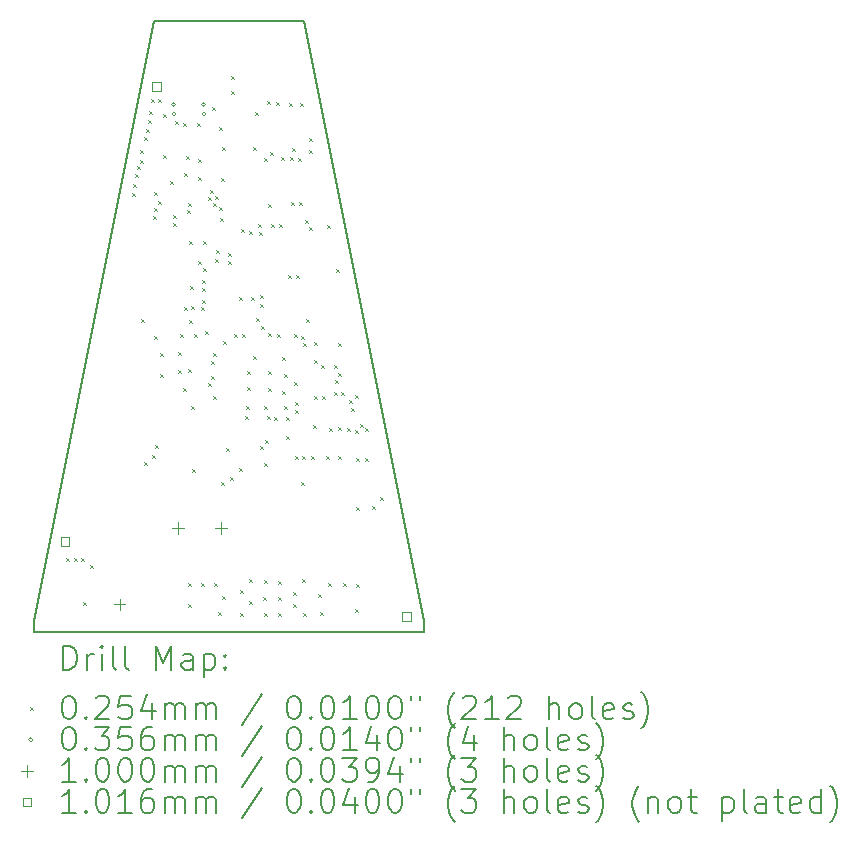
<source format=gbr>
%FSLAX45Y45*%
G04 Gerber Fmt 4.5, Leading zero omitted, Abs format (unit mm)*
G04 Created by KiCad (PCBNEW (6.0.4)) date 2022-07-14 10:51:50*
%MOMM*%
%LPD*%
G01*
G04 APERTURE LIST*
%TA.AperFunction,Profile*%
%ADD10C,0.150000*%
%TD*%
%ADD11C,0.200000*%
%ADD12C,0.025400*%
%ADD13C,0.035560*%
%ADD14C,0.100000*%
%ADD15C,0.101600*%
G04 APERTURE END LIST*
D10*
X3810000Y508000D02*
X3810000Y419100D01*
X508000Y416560D01*
X508000Y508000D01*
X1524000Y5588000D01*
X2794000Y5588000D01*
X3810000Y508000D01*
D11*
D12*
X779780Y1041400D02*
X805180Y1016000D01*
X805180Y1041400D02*
X779780Y1016000D01*
X845820Y1041400D02*
X871220Y1016000D01*
X871220Y1041400D02*
X845820Y1016000D01*
X909320Y1041400D02*
X934720Y1016000D01*
X934720Y1041400D02*
X909320Y1016000D01*
X927100Y673100D02*
X952500Y647700D01*
X952500Y673100D02*
X927100Y647700D01*
X988060Y980440D02*
X1013460Y955040D01*
X1013460Y980440D02*
X988060Y955040D01*
X1336040Y4132580D02*
X1361440Y4107180D01*
X1361440Y4132580D02*
X1336040Y4107180D01*
X1352224Y4207836D02*
X1377624Y4182436D01*
X1377624Y4207836D02*
X1352224Y4182436D01*
X1367064Y4296915D02*
X1392464Y4271515D01*
X1392464Y4296915D02*
X1367064Y4271515D01*
X1381760Y4358640D02*
X1407160Y4333240D01*
X1407160Y4358640D02*
X1381760Y4333240D01*
X1407160Y4417060D02*
X1432560Y4391660D01*
X1432560Y4417060D02*
X1407160Y4391660D01*
X1407969Y4496937D02*
X1433369Y4471537D01*
X1433369Y4496937D02*
X1407969Y4471537D01*
X1417320Y3063240D02*
X1442720Y3037840D01*
X1442720Y3063240D02*
X1417320Y3037840D01*
X1445260Y4610100D02*
X1470660Y4584700D01*
X1470660Y4610100D02*
X1445260Y4584700D01*
X1445260Y1859280D02*
X1470660Y1833880D01*
X1470660Y1859280D02*
X1445260Y1833880D01*
X1457960Y4676140D02*
X1483360Y4650740D01*
X1483360Y4676140D02*
X1457960Y4650740D01*
X1478280Y4754880D02*
X1503680Y4729480D01*
X1503680Y4754880D02*
X1478280Y4729480D01*
X1480820Y4831080D02*
X1506220Y4805680D01*
X1506220Y4831080D02*
X1480820Y4805680D01*
X1498600Y4927600D02*
X1524000Y4902200D01*
X1524000Y4927600D02*
X1498600Y4902200D01*
X1506220Y1915160D02*
X1531620Y1889760D01*
X1531620Y1915160D02*
X1506220Y1889760D01*
X1516380Y3939540D02*
X1541780Y3914140D01*
X1541780Y3939540D02*
X1516380Y3914140D01*
X1524000Y2926080D02*
X1549400Y2900680D01*
X1549400Y2926080D02*
X1524000Y2900680D01*
X1526540Y4003040D02*
X1551940Y3977640D01*
X1551940Y4003040D02*
X1526540Y3977640D01*
X1529080Y4145280D02*
X1554480Y4119880D01*
X1554480Y4145280D02*
X1529080Y4119880D01*
X1536700Y1996440D02*
X1562100Y1971040D01*
X1562100Y1996440D02*
X1536700Y1971040D01*
X1557070Y4063131D02*
X1582470Y4037731D01*
X1582470Y4063131D02*
X1557070Y4037731D01*
X1562100Y4927600D02*
X1587500Y4902200D01*
X1587500Y4927600D02*
X1562100Y4902200D01*
X1574800Y2598420D02*
X1600200Y2573020D01*
X1600200Y2598420D02*
X1574800Y2573020D01*
X1574850Y2778760D02*
X1600250Y2753360D01*
X1600250Y2778760D02*
X1574850Y2753360D01*
X1602740Y4805680D02*
X1628140Y4780280D01*
X1628140Y4805680D02*
X1602740Y4780280D01*
X1605280Y4455160D02*
X1630680Y4429760D01*
X1630680Y4455160D02*
X1605280Y4429760D01*
X1661160Y4239260D02*
X1686560Y4213860D01*
X1686560Y4239260D02*
X1661160Y4213860D01*
X1689100Y3883660D02*
X1714500Y3858260D01*
X1714500Y3883660D02*
X1689100Y3858260D01*
X1691032Y3948073D02*
X1716432Y3922673D01*
X1716432Y3948073D02*
X1691032Y3922673D01*
X1704340Y4744720D02*
X1729740Y4719320D01*
X1729740Y4744720D02*
X1704340Y4719320D01*
X1727150Y2788920D02*
X1752550Y2763520D01*
X1752550Y2788920D02*
X1727150Y2763520D01*
X1732280Y2633980D02*
X1757680Y2608580D01*
X1757680Y2633980D02*
X1732280Y2608580D01*
X1744980Y2936240D02*
X1770380Y2910840D01*
X1770380Y2936240D02*
X1744980Y2910840D01*
X1767840Y4726940D02*
X1793240Y4701540D01*
X1793240Y4726940D02*
X1767840Y4701540D01*
X1770380Y2478990D02*
X1795780Y2453590D01*
X1795780Y2478990D02*
X1770380Y2453590D01*
X1780540Y3167380D02*
X1805940Y3141980D01*
X1805940Y3167380D02*
X1780540Y3141980D01*
X1783080Y4302760D02*
X1808480Y4277360D01*
X1808480Y4302760D02*
X1783080Y4277360D01*
X1793240Y4445000D02*
X1818640Y4419600D01*
X1818640Y4445000D02*
X1793240Y4419600D01*
X1803400Y3987800D02*
X1828800Y3962400D01*
X1828800Y3987800D02*
X1803400Y3962400D01*
X1810694Y4050974D02*
X1836094Y4025574D01*
X1836094Y4050974D02*
X1810694Y4025574D01*
X1811020Y2644140D02*
X1836420Y2618740D01*
X1836420Y2644140D02*
X1811020Y2618740D01*
X1816100Y835660D02*
X1841500Y810260D01*
X1841500Y835660D02*
X1816100Y810260D01*
X1816100Y650240D02*
X1841500Y624840D01*
X1841500Y650240D02*
X1816100Y624840D01*
X1823720Y3723640D02*
X1849120Y3698240D01*
X1849120Y3723640D02*
X1823720Y3698240D01*
X1823720Y3060700D02*
X1849120Y3035300D01*
X1849120Y3060700D02*
X1823720Y3035300D01*
X1828800Y3350260D02*
X1854200Y3324860D01*
X1854200Y3350260D02*
X1828800Y3324860D01*
X1836420Y2329180D02*
X1861820Y2303780D01*
X1861820Y2329180D02*
X1836420Y2303780D01*
X1842814Y3179538D02*
X1868214Y3154138D01*
X1868214Y3179538D02*
X1842814Y3154138D01*
X1849120Y1800860D02*
X1874520Y1775460D01*
X1874520Y1800860D02*
X1849120Y1775460D01*
X1864360Y2936560D02*
X1889760Y2911160D01*
X1889760Y2936560D02*
X1864360Y2911160D01*
X1892300Y4724400D02*
X1917700Y4699000D01*
X1917700Y4724400D02*
X1892300Y4699000D01*
X1894840Y4419600D02*
X1920240Y4394200D01*
X1920240Y4419600D02*
X1894840Y4394200D01*
X1894840Y4269740D02*
X1920240Y4244340D01*
X1920240Y4269740D02*
X1894840Y4244340D01*
X1897380Y3558540D02*
X1922780Y3533140D01*
X1922780Y3558540D02*
X1897380Y3533140D01*
X1925320Y3164840D02*
X1950720Y3139440D01*
X1950720Y3164840D02*
X1925320Y3139440D01*
X1927860Y835660D02*
X1953260Y810260D01*
X1953260Y835660D02*
X1927860Y810260D01*
X1930400Y3329940D02*
X1955800Y3304540D01*
X1955800Y3329940D02*
X1930400Y3304540D01*
X1932940Y3398520D02*
X1958340Y3373120D01*
X1958340Y3398520D02*
X1932940Y3373120D01*
X1935480Y3228340D02*
X1960880Y3202940D01*
X1960880Y3228340D02*
X1935480Y3202940D01*
X1938020Y3728720D02*
X1963420Y3703320D01*
X1963420Y3728720D02*
X1938020Y3703320D01*
X1940560Y3502660D02*
X1965960Y3477260D01*
X1965960Y3502660D02*
X1940560Y3477260D01*
X1960880Y2961640D02*
X1986280Y2936240D01*
X1986280Y2961640D02*
X1960880Y2936240D01*
X1981200Y4097020D02*
X2006600Y4071620D01*
X2006600Y4097020D02*
X1981200Y4071620D01*
X1981200Y2522220D02*
X2006600Y2496820D01*
X2006600Y2522220D02*
X1981200Y2496820D01*
X1998980Y4160520D02*
X2024380Y4135120D01*
X2024380Y4160520D02*
X1998980Y4135120D01*
X2006600Y2712720D02*
X2032000Y2687320D01*
X2032000Y2712720D02*
X2006600Y2687320D01*
X2007544Y2585770D02*
X2032944Y2560370D01*
X2032944Y2585770D02*
X2007544Y2560370D01*
X2014220Y4861560D02*
X2039620Y4836160D01*
X2039620Y4861560D02*
X2014220Y4836160D01*
X2021840Y2778760D02*
X2047240Y2753360D01*
X2047240Y2778760D02*
X2021840Y2753360D01*
X2021840Y2415540D02*
X2047240Y2390140D01*
X2047240Y2415540D02*
X2021840Y2390140D01*
X2024380Y4048760D02*
X2049780Y4023360D01*
X2049780Y4048760D02*
X2024380Y4023360D01*
X2034540Y833120D02*
X2059940Y807720D01*
X2059940Y833120D02*
X2034540Y807720D01*
X2044700Y4112260D02*
X2070100Y4086860D01*
X2070100Y4112260D02*
X2044700Y4086860D01*
X2044700Y3576320D02*
X2070100Y3550920D01*
X2070100Y3576320D02*
X2044700Y3550920D01*
X2049780Y3652520D02*
X2075180Y3627120D01*
X2075180Y3652520D02*
X2049780Y3627120D01*
X2067560Y584200D02*
X2092960Y558800D01*
X2092960Y584200D02*
X2067560Y558800D01*
X2075180Y4015740D02*
X2100580Y3990340D01*
X2100580Y4015740D02*
X2075180Y3990340D01*
X2080260Y4691380D02*
X2105660Y4665980D01*
X2105660Y4691380D02*
X2080260Y4665980D01*
X2085340Y3921760D02*
X2110740Y3896360D01*
X2110740Y3921760D02*
X2085340Y3896360D01*
X2092960Y1686560D02*
X2118360Y1661160D01*
X2118360Y1686560D02*
X2092960Y1661160D01*
X2095500Y4262120D02*
X2120900Y4236720D01*
X2120900Y4262120D02*
X2095500Y4236720D01*
X2103120Y721360D02*
X2128520Y695960D01*
X2128520Y721360D02*
X2103120Y695960D01*
X2105660Y4521200D02*
X2131060Y4495800D01*
X2131060Y4521200D02*
X2105660Y4495800D01*
X2110597Y2884932D02*
X2135997Y2859532D01*
X2135997Y2884932D02*
X2110597Y2859532D01*
X2136190Y1971090D02*
X2161590Y1945690D01*
X2161590Y1971090D02*
X2136190Y1945690D01*
X2151438Y3629064D02*
X2176838Y3603664D01*
X2176838Y3629064D02*
X2151438Y3603664D01*
X2153920Y3561080D02*
X2179320Y3535680D01*
X2179320Y3561080D02*
X2153920Y3535680D01*
X2169160Y1732280D02*
X2194560Y1706880D01*
X2194560Y1732280D02*
X2169160Y1706880D01*
X2174240Y5123180D02*
X2199640Y5097780D01*
X2199640Y5123180D02*
X2174240Y5097780D01*
X2174240Y4993640D02*
X2199640Y4968240D01*
X2199640Y4993640D02*
X2174240Y4968240D01*
X2199640Y2941320D02*
X2225040Y2915920D01*
X2225040Y2941320D02*
X2199640Y2915920D01*
X2245360Y3256003D02*
X2270760Y3230603D01*
X2270760Y3256003D02*
X2245360Y3230603D01*
X2247900Y1803400D02*
X2273300Y1778000D01*
X2273300Y1803400D02*
X2247900Y1778000D01*
X2252980Y769620D02*
X2278380Y744220D01*
X2278380Y769620D02*
X2252980Y744220D01*
X2255520Y579120D02*
X2280920Y553720D01*
X2280920Y579120D02*
X2255520Y553720D01*
X2266006Y3828106D02*
X2291406Y3802706D01*
X2291406Y3828106D02*
X2266006Y3802706D01*
X2273300Y2941320D02*
X2298700Y2915920D01*
X2298700Y2941320D02*
X2273300Y2915920D01*
X2298601Y2242820D02*
X2324001Y2217420D01*
X2324001Y2242820D02*
X2298601Y2217420D01*
X2306320Y2326640D02*
X2331720Y2301240D01*
X2331720Y2326640D02*
X2306320Y2301240D01*
X2311400Y2628900D02*
X2336800Y2603500D01*
X2336800Y2628900D02*
X2311400Y2603500D01*
X2311400Y2491740D02*
X2336800Y2466340D01*
X2336800Y2491740D02*
X2311400Y2466340D01*
X2331720Y3815080D02*
X2357120Y3789680D01*
X2357120Y3815080D02*
X2331720Y3789680D01*
X2331720Y863600D02*
X2357120Y838200D01*
X2357120Y863600D02*
X2331720Y838200D01*
X2331720Y680720D02*
X2357120Y655320D01*
X2357120Y680720D02*
X2331720Y655320D01*
X2344420Y3256003D02*
X2369820Y3230603D01*
X2369820Y3256003D02*
X2344420Y3230603D01*
X2362200Y4526280D02*
X2387600Y4500880D01*
X2387600Y4526280D02*
X2362200Y4500880D01*
X2367280Y2753360D02*
X2392680Y2727960D01*
X2392680Y2753360D02*
X2367280Y2727960D01*
X2379980Y4815840D02*
X2405380Y4790440D01*
X2405380Y4815840D02*
X2379980Y4790440D01*
X2387600Y3078480D02*
X2413000Y3053080D01*
X2413000Y3078480D02*
X2387600Y3053080D01*
X2410460Y3870960D02*
X2435860Y3845560D01*
X2435860Y3870960D02*
X2410460Y3845560D01*
X2411770Y3806379D02*
X2437170Y3780979D01*
X2437170Y3806379D02*
X2411770Y3780979D01*
X2423160Y3197860D02*
X2448560Y3172460D01*
X2448560Y3197860D02*
X2423160Y3172460D01*
X2425700Y3274060D02*
X2451100Y3248660D01*
X2451100Y3274060D02*
X2425700Y3248660D01*
X2425700Y1991360D02*
X2451100Y1965960D01*
X2451100Y1991360D02*
X2425700Y1965960D01*
X2428240Y3007360D02*
X2453640Y2981960D01*
X2453640Y3007360D02*
X2428240Y2981960D01*
X2448560Y716280D02*
X2473960Y690880D01*
X2473960Y716280D02*
X2448560Y690880D01*
X2453640Y853440D02*
X2479040Y828040D01*
X2479040Y853440D02*
X2453640Y828040D01*
X2453640Y574040D02*
X2479040Y548640D01*
X2479040Y574040D02*
X2453640Y548640D01*
X2454654Y4426207D02*
X2480054Y4400807D01*
X2480054Y4426207D02*
X2454654Y4400807D01*
X2456180Y2326640D02*
X2481580Y2301240D01*
X2481580Y2326640D02*
X2456180Y2301240D01*
X2456180Y1849120D02*
X2481580Y1823720D01*
X2481580Y1849120D02*
X2456180Y1823720D01*
X2468880Y2042160D02*
X2494280Y2016760D01*
X2494280Y2042160D02*
X2468880Y2016760D01*
X2479040Y4912360D02*
X2504440Y4886960D01*
X2504440Y4912360D02*
X2479040Y4886960D01*
X2481580Y2242820D02*
X2506980Y2217420D01*
X2506980Y2242820D02*
X2481580Y2217420D01*
X2489200Y2946400D02*
X2514600Y2921000D01*
X2514600Y2946400D02*
X2489200Y2921000D01*
X2489200Y2628900D02*
X2514600Y2603500D01*
X2514600Y2628900D02*
X2489200Y2603500D01*
X2489200Y2479040D02*
X2514600Y2453640D01*
X2514600Y2479040D02*
X2489200Y2453640D01*
X2491740Y4038600D02*
X2517140Y4013200D01*
X2517140Y4038600D02*
X2491740Y4013200D01*
X2504440Y4478020D02*
X2529840Y4452620D01*
X2529840Y4478020D02*
X2504440Y4452620D01*
X2514600Y3870960D02*
X2540000Y3845560D01*
X2540000Y3870960D02*
X2514600Y3845560D01*
X2542540Y2237740D02*
X2567940Y2212340D01*
X2567940Y2237740D02*
X2542540Y2212340D01*
X2560320Y4904740D02*
X2585720Y4879340D01*
X2585720Y4904740D02*
X2560320Y4879340D01*
X2565400Y2938780D02*
X2590800Y2913380D01*
X2590800Y2938780D02*
X2565400Y2913380D01*
X2578100Y850900D02*
X2603500Y825500D01*
X2603500Y850900D02*
X2578100Y825500D01*
X2578100Y716280D02*
X2603500Y690880D01*
X2603500Y716280D02*
X2578100Y690880D01*
X2578100Y574040D02*
X2603500Y548640D01*
X2603500Y574040D02*
X2578100Y548640D01*
X2588260Y3868420D02*
X2613660Y3843020D01*
X2613660Y3868420D02*
X2588260Y3843020D01*
X2603500Y4442460D02*
X2628900Y4417060D01*
X2628900Y4442460D02*
X2603500Y4417060D01*
X2606040Y2748280D02*
X2631440Y2722880D01*
X2631440Y2748280D02*
X2606040Y2722880D01*
X2613660Y2461260D02*
X2639060Y2435860D01*
X2639060Y2461260D02*
X2613660Y2435860D01*
X2623820Y2603500D02*
X2649220Y2578100D01*
X2649220Y2603500D02*
X2623820Y2578100D01*
X2626360Y2326640D02*
X2651760Y2301240D01*
X2651760Y2326640D02*
X2626360Y2301240D01*
X2646680Y2235200D02*
X2672080Y2209800D01*
X2672080Y2235200D02*
X2646680Y2209800D01*
X2647789Y2074318D02*
X2673189Y2048918D01*
X2673189Y2074318D02*
X2647789Y2048918D01*
X2659380Y3441700D02*
X2684780Y3416300D01*
X2684780Y3441700D02*
X2659380Y3416300D01*
X2667000Y4899660D02*
X2692400Y4874260D01*
X2692400Y4899660D02*
X2667000Y4874260D01*
X2675058Y4441782D02*
X2700458Y4416382D01*
X2700458Y4441782D02*
X2675058Y4416382D01*
X2684780Y4053840D02*
X2710180Y4028440D01*
X2710180Y4053840D02*
X2684780Y4028440D01*
X2697480Y4518660D02*
X2722880Y4493260D01*
X2722880Y4518660D02*
X2697480Y4493260D01*
X2702560Y759460D02*
X2727960Y734060D01*
X2727960Y759460D02*
X2702560Y734060D01*
X2705100Y657860D02*
X2730500Y632460D01*
X2730500Y657860D02*
X2705100Y632460D01*
X2707640Y2943860D02*
X2733040Y2918460D01*
X2733040Y2943860D02*
X2707640Y2918460D01*
X2715260Y2529840D02*
X2740660Y2504440D01*
X2740660Y2529840D02*
X2715260Y2504440D01*
X2717800Y2362200D02*
X2743200Y2336800D01*
X2743200Y2362200D02*
X2717800Y2336800D01*
X2717800Y2293620D02*
X2743200Y2268220D01*
X2743200Y2293620D02*
X2717800Y2268220D01*
X2717800Y1910080D02*
X2743200Y1884680D01*
X2743200Y1910080D02*
X2717800Y1884680D01*
X2724511Y3438816D02*
X2749911Y3413416D01*
X2749911Y3438816D02*
X2724511Y3413416D01*
X2748280Y4432250D02*
X2773680Y4406850D01*
X2773680Y4432250D02*
X2748280Y4406850D01*
X2750820Y4056380D02*
X2776220Y4030980D01*
X2776220Y4056380D02*
X2750820Y4030980D01*
X2760980Y4892040D02*
X2786380Y4866640D01*
X2786380Y4892040D02*
X2760980Y4866640D01*
X2768600Y2921000D02*
X2794000Y2895600D01*
X2794000Y2921000D02*
X2768600Y2895600D01*
X2773680Y1686560D02*
X2799080Y1661160D01*
X2799080Y1686560D02*
X2773680Y1661160D01*
X2781300Y1905000D02*
X2806700Y1879600D01*
X2806700Y1905000D02*
X2781300Y1879600D01*
X2781300Y863600D02*
X2806700Y838200D01*
X2806700Y863600D02*
X2781300Y838200D01*
X2783840Y2860040D02*
X2809240Y2834640D01*
X2809240Y2860040D02*
X2783840Y2834640D01*
X2783840Y576580D02*
X2809240Y551180D01*
X2809240Y576580D02*
X2783840Y551180D01*
X2804160Y3903980D02*
X2829560Y3878580D01*
X2829560Y3903980D02*
X2804160Y3878580D01*
X2810619Y3065052D02*
X2836019Y3039652D01*
X2836019Y3065052D02*
X2810619Y3039652D01*
X2837180Y3848100D02*
X2862580Y3822700D01*
X2862580Y3848100D02*
X2837180Y3822700D01*
X2839720Y4495800D02*
X2865120Y4470400D01*
X2865120Y4495800D02*
X2839720Y4470400D01*
X2842260Y4597400D02*
X2867660Y4572000D01*
X2867660Y4597400D02*
X2842260Y4572000D01*
X2857500Y1905000D02*
X2882900Y1879600D01*
X2882900Y1905000D02*
X2857500Y1879600D01*
X2870200Y2171700D02*
X2895600Y2146300D01*
X2895600Y2171700D02*
X2870200Y2146300D01*
X2877820Y2870200D02*
X2903220Y2844800D01*
X2903220Y2870200D02*
X2877820Y2844800D01*
X2882900Y2719870D02*
X2908300Y2694470D01*
X2908300Y2719870D02*
X2882900Y2694470D01*
X2882900Y2418370D02*
X2908300Y2392970D01*
X2908300Y2418370D02*
X2882900Y2392970D01*
X2910840Y736600D02*
X2936240Y711200D01*
X2936240Y736600D02*
X2910840Y711200D01*
X2931160Y586740D02*
X2956560Y561340D01*
X2956560Y586740D02*
X2931160Y561340D01*
X2936240Y2679700D02*
X2961640Y2654300D01*
X2961640Y2679700D02*
X2936240Y2654300D01*
X2946400Y2415540D02*
X2971800Y2390140D01*
X2971800Y2415540D02*
X2946400Y2390140D01*
X2979420Y1907540D02*
X3004820Y1882140D01*
X3004820Y1907540D02*
X2979420Y1882140D01*
X2994660Y3863340D02*
X3020060Y3837940D01*
X3020060Y3863340D02*
X2994660Y3837940D01*
X2999740Y830580D02*
X3025140Y805180D01*
X3025140Y830580D02*
X2999740Y805180D01*
X3009900Y2146300D02*
X3035300Y2120900D01*
X3035300Y2146300D02*
X3009900Y2120900D01*
X3048000Y2448560D02*
X3073400Y2423160D01*
X3073400Y2448560D02*
X3048000Y2423160D01*
X3050540Y2679700D02*
X3075940Y2654300D01*
X3075940Y2679700D02*
X3050540Y2654300D01*
X3055620Y2552700D02*
X3081020Y2527300D01*
X3081020Y2552700D02*
X3055620Y2527300D01*
X3068320Y3492500D02*
X3093720Y3467100D01*
X3093720Y3492500D02*
X3068320Y3467100D01*
X3081020Y2611120D02*
X3106420Y2585720D01*
X3106420Y2611120D02*
X3081020Y2585720D01*
X3081020Y2148840D02*
X3106420Y2123440D01*
X3106420Y2148840D02*
X3081020Y2123440D01*
X3086100Y2860040D02*
X3111500Y2834640D01*
X3111500Y2860040D02*
X3086100Y2834640D01*
X3086100Y1903050D02*
X3111500Y1877650D01*
X3111500Y1903050D02*
X3086100Y1877650D01*
X3111500Y2448560D02*
X3136900Y2423160D01*
X3136900Y2448560D02*
X3111500Y2423160D01*
X3126021Y830043D02*
X3151421Y804643D01*
X3151421Y830043D02*
X3126021Y804643D01*
X3162300Y2146300D02*
X3187700Y2120900D01*
X3187700Y2146300D02*
X3162300Y2120900D01*
X3177641Y2385165D02*
X3203041Y2359765D01*
X3203041Y2385165D02*
X3177641Y2359765D01*
X3192780Y2311400D02*
X3218180Y2286000D01*
X3218180Y2311400D02*
X3192780Y2286000D01*
X3228340Y2131060D02*
X3253740Y2105660D01*
X3253740Y2131060D02*
X3228340Y2105660D01*
X3228340Y609600D02*
X3253740Y584200D01*
X3253740Y609600D02*
X3228340Y584200D01*
X3230880Y2423160D02*
X3256280Y2397760D01*
X3256280Y2423160D02*
X3230880Y2397760D01*
X3233420Y1478280D02*
X3258820Y1452880D01*
X3258820Y1478280D02*
X3233420Y1452880D01*
X3233420Y825500D02*
X3258820Y800100D01*
X3258820Y825500D02*
X3233420Y800100D01*
X3235960Y1887220D02*
X3261360Y1861820D01*
X3261360Y1887220D02*
X3235960Y1861820D01*
X3266440Y2181860D02*
X3291840Y2156460D01*
X3291840Y2181860D02*
X3266440Y2156460D01*
X3312160Y1887220D02*
X3337560Y1861820D01*
X3337560Y1887220D02*
X3312160Y1861820D01*
X3316241Y2142543D02*
X3341641Y2117143D01*
X3341641Y2142543D02*
X3316241Y2117143D01*
X3368040Y1483360D02*
X3393440Y1457960D01*
X3393440Y1483360D02*
X3368040Y1457960D01*
X3436620Y1557020D02*
X3462020Y1531620D01*
X3462020Y1557020D02*
X3436620Y1531620D01*
D13*
X1709420Y4881880D02*
G75*
G03*
X1709420Y4881880I-17780J0D01*
G01*
X1711960Y4803140D02*
G75*
G03*
X1711960Y4803140I-17780J0D01*
G01*
X1963420Y4884420D02*
G75*
G03*
X1963420Y4884420I-17780J0D01*
G01*
X1965960Y4803140D02*
G75*
G03*
X1965960Y4803140I-17780J0D01*
G01*
D14*
X1234440Y700240D02*
X1234440Y600240D01*
X1184440Y650240D02*
X1284440Y650240D01*
X1727200Y1345400D02*
X1727200Y1245400D01*
X1677200Y1295400D02*
X1777200Y1295400D01*
X2095500Y1345400D02*
X2095500Y1245400D01*
X2045500Y1295400D02*
X2145500Y1295400D01*
D15*
X810621Y1145179D02*
X810621Y1217021D01*
X738779Y1217021D01*
X738779Y1145179D01*
X810621Y1145179D01*
X1582781Y5000899D02*
X1582781Y5072741D01*
X1510939Y5072741D01*
X1510939Y5000899D01*
X1582781Y5000899D01*
X3698601Y510179D02*
X3698601Y582021D01*
X3626759Y582021D01*
X3626759Y510179D01*
X3698601Y510179D01*
D11*
X758119Y98584D02*
X758119Y298584D01*
X805738Y298584D01*
X834309Y289060D01*
X853357Y270012D01*
X862881Y250965D01*
X872405Y212870D01*
X872405Y184298D01*
X862881Y146203D01*
X853357Y127155D01*
X834309Y108108D01*
X805738Y98584D01*
X758119Y98584D01*
X958119Y98584D02*
X958119Y231917D01*
X958119Y193822D02*
X967643Y212870D01*
X977167Y222393D01*
X996214Y231917D01*
X1015262Y231917D01*
X1081929Y98584D02*
X1081929Y231917D01*
X1081929Y298584D02*
X1072405Y289060D01*
X1081929Y279536D01*
X1091452Y289060D01*
X1081929Y298584D01*
X1081929Y279536D01*
X1205738Y98584D02*
X1186690Y108108D01*
X1177167Y127155D01*
X1177167Y298584D01*
X1310500Y98584D02*
X1291452Y108108D01*
X1281929Y127155D01*
X1281929Y298584D01*
X1539071Y98584D02*
X1539071Y298584D01*
X1605738Y155727D01*
X1672405Y298584D01*
X1672405Y98584D01*
X1853357Y98584D02*
X1853357Y203346D01*
X1843833Y222393D01*
X1824786Y231917D01*
X1786690Y231917D01*
X1767643Y222393D01*
X1853357Y108108D02*
X1834309Y98584D01*
X1786690Y98584D01*
X1767643Y108108D01*
X1758119Y127155D01*
X1758119Y146203D01*
X1767643Y165251D01*
X1786690Y174774D01*
X1834309Y174774D01*
X1853357Y184298D01*
X1948595Y231917D02*
X1948595Y31917D01*
X1948595Y222393D02*
X1967643Y231917D01*
X2005738Y231917D01*
X2024786Y222393D01*
X2034309Y212870D01*
X2043833Y193822D01*
X2043833Y136679D01*
X2034309Y117631D01*
X2024786Y108108D01*
X2005738Y98584D01*
X1967643Y98584D01*
X1948595Y108108D01*
X2129548Y117631D02*
X2139071Y108108D01*
X2129548Y98584D01*
X2120024Y108108D01*
X2129548Y117631D01*
X2129548Y98584D01*
X2129548Y222393D02*
X2139071Y212870D01*
X2129548Y203346D01*
X2120024Y212870D01*
X2129548Y222393D01*
X2129548Y203346D01*
D12*
X475100Y-218240D02*
X500500Y-243640D01*
X500500Y-218240D02*
X475100Y-243640D01*
D11*
X796214Y-121416D02*
X815262Y-121416D01*
X834309Y-130940D01*
X843833Y-140464D01*
X853357Y-159511D01*
X862881Y-197607D01*
X862881Y-245226D01*
X853357Y-283321D01*
X843833Y-302369D01*
X834309Y-311892D01*
X815262Y-321416D01*
X796214Y-321416D01*
X777167Y-311892D01*
X767643Y-302369D01*
X758119Y-283321D01*
X748595Y-245226D01*
X748595Y-197607D01*
X758119Y-159511D01*
X767643Y-140464D01*
X777167Y-130940D01*
X796214Y-121416D01*
X948595Y-302369D02*
X958119Y-311892D01*
X948595Y-321416D01*
X939071Y-311892D01*
X948595Y-302369D01*
X948595Y-321416D01*
X1034309Y-140464D02*
X1043833Y-130940D01*
X1062881Y-121416D01*
X1110500Y-121416D01*
X1129548Y-130940D01*
X1139071Y-140464D01*
X1148595Y-159511D01*
X1148595Y-178559D01*
X1139071Y-207130D01*
X1024786Y-321416D01*
X1148595Y-321416D01*
X1329548Y-121416D02*
X1234310Y-121416D01*
X1224786Y-216654D01*
X1234310Y-207130D01*
X1253357Y-197607D01*
X1300976Y-197607D01*
X1320024Y-207130D01*
X1329548Y-216654D01*
X1339071Y-235702D01*
X1339071Y-283321D01*
X1329548Y-302369D01*
X1320024Y-311892D01*
X1300976Y-321416D01*
X1253357Y-321416D01*
X1234310Y-311892D01*
X1224786Y-302369D01*
X1510500Y-188083D02*
X1510500Y-321416D01*
X1462881Y-111892D02*
X1415262Y-254749D01*
X1539071Y-254749D01*
X1615262Y-321416D02*
X1615262Y-188083D01*
X1615262Y-207130D02*
X1624786Y-197607D01*
X1643833Y-188083D01*
X1672405Y-188083D01*
X1691452Y-197607D01*
X1700976Y-216654D01*
X1700976Y-321416D01*
X1700976Y-216654D02*
X1710500Y-197607D01*
X1729548Y-188083D01*
X1758119Y-188083D01*
X1777167Y-197607D01*
X1786690Y-216654D01*
X1786690Y-321416D01*
X1881928Y-321416D02*
X1881928Y-188083D01*
X1881928Y-207130D02*
X1891452Y-197607D01*
X1910500Y-188083D01*
X1939071Y-188083D01*
X1958119Y-197607D01*
X1967643Y-216654D01*
X1967643Y-321416D01*
X1967643Y-216654D02*
X1977167Y-197607D01*
X1996214Y-188083D01*
X2024786Y-188083D01*
X2043833Y-197607D01*
X2053357Y-216654D01*
X2053357Y-321416D01*
X2443833Y-111892D02*
X2272405Y-369035D01*
X2700976Y-121416D02*
X2720024Y-121416D01*
X2739071Y-130940D01*
X2748595Y-140464D01*
X2758119Y-159511D01*
X2767643Y-197607D01*
X2767643Y-245226D01*
X2758119Y-283321D01*
X2748595Y-302369D01*
X2739071Y-311892D01*
X2720024Y-321416D01*
X2700976Y-321416D01*
X2681929Y-311892D01*
X2672405Y-302369D01*
X2662881Y-283321D01*
X2653357Y-245226D01*
X2653357Y-197607D01*
X2662881Y-159511D01*
X2672405Y-140464D01*
X2681929Y-130940D01*
X2700976Y-121416D01*
X2853357Y-302369D02*
X2862881Y-311892D01*
X2853357Y-321416D01*
X2843833Y-311892D01*
X2853357Y-302369D01*
X2853357Y-321416D01*
X2986690Y-121416D02*
X3005738Y-121416D01*
X3024786Y-130940D01*
X3034309Y-140464D01*
X3043833Y-159511D01*
X3053357Y-197607D01*
X3053357Y-245226D01*
X3043833Y-283321D01*
X3034309Y-302369D01*
X3024786Y-311892D01*
X3005738Y-321416D01*
X2986690Y-321416D01*
X2967643Y-311892D01*
X2958119Y-302369D01*
X2948595Y-283321D01*
X2939071Y-245226D01*
X2939071Y-197607D01*
X2948595Y-159511D01*
X2958119Y-140464D01*
X2967643Y-130940D01*
X2986690Y-121416D01*
X3243833Y-321416D02*
X3129548Y-321416D01*
X3186690Y-321416D02*
X3186690Y-121416D01*
X3167643Y-149988D01*
X3148595Y-169035D01*
X3129548Y-178559D01*
X3367643Y-121416D02*
X3386690Y-121416D01*
X3405738Y-130940D01*
X3415262Y-140464D01*
X3424786Y-159511D01*
X3434309Y-197607D01*
X3434309Y-245226D01*
X3424786Y-283321D01*
X3415262Y-302369D01*
X3405738Y-311892D01*
X3386690Y-321416D01*
X3367643Y-321416D01*
X3348595Y-311892D01*
X3339071Y-302369D01*
X3329548Y-283321D01*
X3320024Y-245226D01*
X3320024Y-197607D01*
X3329548Y-159511D01*
X3339071Y-140464D01*
X3348595Y-130940D01*
X3367643Y-121416D01*
X3558119Y-121416D02*
X3577167Y-121416D01*
X3596214Y-130940D01*
X3605738Y-140464D01*
X3615262Y-159511D01*
X3624786Y-197607D01*
X3624786Y-245226D01*
X3615262Y-283321D01*
X3605738Y-302369D01*
X3596214Y-311892D01*
X3577167Y-321416D01*
X3558119Y-321416D01*
X3539071Y-311892D01*
X3529548Y-302369D01*
X3520024Y-283321D01*
X3510500Y-245226D01*
X3510500Y-197607D01*
X3520024Y-159511D01*
X3529548Y-140464D01*
X3539071Y-130940D01*
X3558119Y-121416D01*
X3700976Y-121416D02*
X3700976Y-159511D01*
X3777167Y-121416D02*
X3777167Y-159511D01*
X4072405Y-397607D02*
X4062881Y-388083D01*
X4043833Y-359511D01*
X4034309Y-340464D01*
X4024786Y-311892D01*
X4015262Y-264273D01*
X4015262Y-226178D01*
X4024786Y-178559D01*
X4034309Y-149988D01*
X4043833Y-130940D01*
X4062881Y-102368D01*
X4072405Y-92845D01*
X4139071Y-140464D02*
X4148595Y-130940D01*
X4167643Y-121416D01*
X4215262Y-121416D01*
X4234310Y-130940D01*
X4243833Y-140464D01*
X4253357Y-159511D01*
X4253357Y-178559D01*
X4243833Y-207130D01*
X4129548Y-321416D01*
X4253357Y-321416D01*
X4443833Y-321416D02*
X4329548Y-321416D01*
X4386690Y-321416D02*
X4386690Y-121416D01*
X4367643Y-149988D01*
X4348595Y-169035D01*
X4329548Y-178559D01*
X4520024Y-140464D02*
X4529548Y-130940D01*
X4548595Y-121416D01*
X4596214Y-121416D01*
X4615262Y-130940D01*
X4624786Y-140464D01*
X4634310Y-159511D01*
X4634310Y-178559D01*
X4624786Y-207130D01*
X4510500Y-321416D01*
X4634310Y-321416D01*
X4872405Y-321416D02*
X4872405Y-121416D01*
X4958119Y-321416D02*
X4958119Y-216654D01*
X4948595Y-197607D01*
X4929548Y-188083D01*
X4900976Y-188083D01*
X4881929Y-197607D01*
X4872405Y-207130D01*
X5081929Y-321416D02*
X5062881Y-311892D01*
X5053357Y-302369D01*
X5043833Y-283321D01*
X5043833Y-226178D01*
X5053357Y-207130D01*
X5062881Y-197607D01*
X5081929Y-188083D01*
X5110500Y-188083D01*
X5129548Y-197607D01*
X5139071Y-207130D01*
X5148595Y-226178D01*
X5148595Y-283321D01*
X5139071Y-302369D01*
X5129548Y-311892D01*
X5110500Y-321416D01*
X5081929Y-321416D01*
X5262881Y-321416D02*
X5243833Y-311892D01*
X5234310Y-292845D01*
X5234310Y-121416D01*
X5415262Y-311892D02*
X5396214Y-321416D01*
X5358119Y-321416D01*
X5339071Y-311892D01*
X5329548Y-292845D01*
X5329548Y-216654D01*
X5339071Y-197607D01*
X5358119Y-188083D01*
X5396214Y-188083D01*
X5415262Y-197607D01*
X5424786Y-216654D01*
X5424786Y-235702D01*
X5329548Y-254749D01*
X5500976Y-311892D02*
X5520024Y-321416D01*
X5558119Y-321416D01*
X5577167Y-311892D01*
X5586690Y-292845D01*
X5586690Y-283321D01*
X5577167Y-264273D01*
X5558119Y-254749D01*
X5529548Y-254749D01*
X5510500Y-245226D01*
X5500976Y-226178D01*
X5500976Y-216654D01*
X5510500Y-197607D01*
X5529548Y-188083D01*
X5558119Y-188083D01*
X5577167Y-197607D01*
X5653357Y-397607D02*
X5662881Y-388083D01*
X5681928Y-359511D01*
X5691452Y-340464D01*
X5700976Y-311892D01*
X5710500Y-264273D01*
X5710500Y-226178D01*
X5700976Y-178559D01*
X5691452Y-149988D01*
X5681928Y-130940D01*
X5662881Y-102368D01*
X5653357Y-92845D01*
D13*
X500500Y-494940D02*
G75*
G03*
X500500Y-494940I-17780J0D01*
G01*
D11*
X796214Y-385416D02*
X815262Y-385416D01*
X834309Y-394940D01*
X843833Y-404464D01*
X853357Y-423511D01*
X862881Y-461607D01*
X862881Y-509226D01*
X853357Y-547321D01*
X843833Y-566369D01*
X834309Y-575892D01*
X815262Y-585416D01*
X796214Y-585416D01*
X777167Y-575892D01*
X767643Y-566369D01*
X758119Y-547321D01*
X748595Y-509226D01*
X748595Y-461607D01*
X758119Y-423511D01*
X767643Y-404464D01*
X777167Y-394940D01*
X796214Y-385416D01*
X948595Y-566369D02*
X958119Y-575892D01*
X948595Y-585416D01*
X939071Y-575892D01*
X948595Y-566369D01*
X948595Y-585416D01*
X1024786Y-385416D02*
X1148595Y-385416D01*
X1081929Y-461607D01*
X1110500Y-461607D01*
X1129548Y-471130D01*
X1139071Y-480654D01*
X1148595Y-499702D01*
X1148595Y-547321D01*
X1139071Y-566369D01*
X1129548Y-575892D01*
X1110500Y-585416D01*
X1053357Y-585416D01*
X1034309Y-575892D01*
X1024786Y-566369D01*
X1329548Y-385416D02*
X1234310Y-385416D01*
X1224786Y-480654D01*
X1234310Y-471130D01*
X1253357Y-461607D01*
X1300976Y-461607D01*
X1320024Y-471130D01*
X1329548Y-480654D01*
X1339071Y-499702D01*
X1339071Y-547321D01*
X1329548Y-566369D01*
X1320024Y-575892D01*
X1300976Y-585416D01*
X1253357Y-585416D01*
X1234310Y-575892D01*
X1224786Y-566369D01*
X1510500Y-385416D02*
X1472405Y-385416D01*
X1453357Y-394940D01*
X1443833Y-404464D01*
X1424786Y-433035D01*
X1415262Y-471130D01*
X1415262Y-547321D01*
X1424786Y-566369D01*
X1434309Y-575892D01*
X1453357Y-585416D01*
X1491452Y-585416D01*
X1510500Y-575892D01*
X1520024Y-566369D01*
X1529548Y-547321D01*
X1529548Y-499702D01*
X1520024Y-480654D01*
X1510500Y-471130D01*
X1491452Y-461607D01*
X1453357Y-461607D01*
X1434309Y-471130D01*
X1424786Y-480654D01*
X1415262Y-499702D01*
X1615262Y-585416D02*
X1615262Y-452083D01*
X1615262Y-471130D02*
X1624786Y-461607D01*
X1643833Y-452083D01*
X1672405Y-452083D01*
X1691452Y-461607D01*
X1700976Y-480654D01*
X1700976Y-585416D01*
X1700976Y-480654D02*
X1710500Y-461607D01*
X1729548Y-452083D01*
X1758119Y-452083D01*
X1777167Y-461607D01*
X1786690Y-480654D01*
X1786690Y-585416D01*
X1881928Y-585416D02*
X1881928Y-452083D01*
X1881928Y-471130D02*
X1891452Y-461607D01*
X1910500Y-452083D01*
X1939071Y-452083D01*
X1958119Y-461607D01*
X1967643Y-480654D01*
X1967643Y-585416D01*
X1967643Y-480654D02*
X1977167Y-461607D01*
X1996214Y-452083D01*
X2024786Y-452083D01*
X2043833Y-461607D01*
X2053357Y-480654D01*
X2053357Y-585416D01*
X2443833Y-375892D02*
X2272405Y-633035D01*
X2700976Y-385416D02*
X2720024Y-385416D01*
X2739071Y-394940D01*
X2748595Y-404464D01*
X2758119Y-423511D01*
X2767643Y-461607D01*
X2767643Y-509226D01*
X2758119Y-547321D01*
X2748595Y-566369D01*
X2739071Y-575892D01*
X2720024Y-585416D01*
X2700976Y-585416D01*
X2681929Y-575892D01*
X2672405Y-566369D01*
X2662881Y-547321D01*
X2653357Y-509226D01*
X2653357Y-461607D01*
X2662881Y-423511D01*
X2672405Y-404464D01*
X2681929Y-394940D01*
X2700976Y-385416D01*
X2853357Y-566369D02*
X2862881Y-575892D01*
X2853357Y-585416D01*
X2843833Y-575892D01*
X2853357Y-566369D01*
X2853357Y-585416D01*
X2986690Y-385416D02*
X3005738Y-385416D01*
X3024786Y-394940D01*
X3034309Y-404464D01*
X3043833Y-423511D01*
X3053357Y-461607D01*
X3053357Y-509226D01*
X3043833Y-547321D01*
X3034309Y-566369D01*
X3024786Y-575892D01*
X3005738Y-585416D01*
X2986690Y-585416D01*
X2967643Y-575892D01*
X2958119Y-566369D01*
X2948595Y-547321D01*
X2939071Y-509226D01*
X2939071Y-461607D01*
X2948595Y-423511D01*
X2958119Y-404464D01*
X2967643Y-394940D01*
X2986690Y-385416D01*
X3243833Y-585416D02*
X3129548Y-585416D01*
X3186690Y-585416D02*
X3186690Y-385416D01*
X3167643Y-413988D01*
X3148595Y-433035D01*
X3129548Y-442559D01*
X3415262Y-452083D02*
X3415262Y-585416D01*
X3367643Y-375892D02*
X3320024Y-518749D01*
X3443833Y-518749D01*
X3558119Y-385416D02*
X3577167Y-385416D01*
X3596214Y-394940D01*
X3605738Y-404464D01*
X3615262Y-423511D01*
X3624786Y-461607D01*
X3624786Y-509226D01*
X3615262Y-547321D01*
X3605738Y-566369D01*
X3596214Y-575892D01*
X3577167Y-585416D01*
X3558119Y-585416D01*
X3539071Y-575892D01*
X3529548Y-566369D01*
X3520024Y-547321D01*
X3510500Y-509226D01*
X3510500Y-461607D01*
X3520024Y-423511D01*
X3529548Y-404464D01*
X3539071Y-394940D01*
X3558119Y-385416D01*
X3700976Y-385416D02*
X3700976Y-423511D01*
X3777167Y-385416D02*
X3777167Y-423511D01*
X4072405Y-661607D02*
X4062881Y-652083D01*
X4043833Y-623511D01*
X4034309Y-604464D01*
X4024786Y-575892D01*
X4015262Y-528273D01*
X4015262Y-490178D01*
X4024786Y-442559D01*
X4034309Y-413988D01*
X4043833Y-394940D01*
X4062881Y-366368D01*
X4072405Y-356845D01*
X4234310Y-452083D02*
X4234310Y-585416D01*
X4186690Y-375892D02*
X4139071Y-518749D01*
X4262881Y-518749D01*
X4491452Y-585416D02*
X4491452Y-385416D01*
X4577167Y-585416D02*
X4577167Y-480654D01*
X4567643Y-461607D01*
X4548595Y-452083D01*
X4520024Y-452083D01*
X4500976Y-461607D01*
X4491452Y-471130D01*
X4700976Y-585416D02*
X4681929Y-575892D01*
X4672405Y-566369D01*
X4662881Y-547321D01*
X4662881Y-490178D01*
X4672405Y-471130D01*
X4681929Y-461607D01*
X4700976Y-452083D01*
X4729548Y-452083D01*
X4748595Y-461607D01*
X4758119Y-471130D01*
X4767643Y-490178D01*
X4767643Y-547321D01*
X4758119Y-566369D01*
X4748595Y-575892D01*
X4729548Y-585416D01*
X4700976Y-585416D01*
X4881929Y-585416D02*
X4862881Y-575892D01*
X4853357Y-556845D01*
X4853357Y-385416D01*
X5034310Y-575892D02*
X5015262Y-585416D01*
X4977167Y-585416D01*
X4958119Y-575892D01*
X4948595Y-556845D01*
X4948595Y-480654D01*
X4958119Y-461607D01*
X4977167Y-452083D01*
X5015262Y-452083D01*
X5034310Y-461607D01*
X5043833Y-480654D01*
X5043833Y-499702D01*
X4948595Y-518749D01*
X5120024Y-575892D02*
X5139071Y-585416D01*
X5177167Y-585416D01*
X5196214Y-575892D01*
X5205738Y-556845D01*
X5205738Y-547321D01*
X5196214Y-528273D01*
X5177167Y-518749D01*
X5148595Y-518749D01*
X5129548Y-509226D01*
X5120024Y-490178D01*
X5120024Y-480654D01*
X5129548Y-461607D01*
X5148595Y-452083D01*
X5177167Y-452083D01*
X5196214Y-461607D01*
X5272405Y-661607D02*
X5281929Y-652083D01*
X5300976Y-623511D01*
X5310500Y-604464D01*
X5320024Y-575892D01*
X5329548Y-528273D01*
X5329548Y-490178D01*
X5320024Y-442559D01*
X5310500Y-413988D01*
X5300976Y-394940D01*
X5281929Y-366368D01*
X5272405Y-356845D01*
D14*
X450500Y-708940D02*
X450500Y-808940D01*
X400500Y-758940D02*
X500500Y-758940D01*
D11*
X862881Y-849416D02*
X748595Y-849416D01*
X805738Y-849416D02*
X805738Y-649416D01*
X786690Y-677988D01*
X767643Y-697035D01*
X748595Y-706559D01*
X948595Y-830368D02*
X958119Y-839892D01*
X948595Y-849416D01*
X939071Y-839892D01*
X948595Y-830368D01*
X948595Y-849416D01*
X1081929Y-649416D02*
X1100976Y-649416D01*
X1120024Y-658940D01*
X1129548Y-668464D01*
X1139071Y-687511D01*
X1148595Y-725607D01*
X1148595Y-773226D01*
X1139071Y-811321D01*
X1129548Y-830368D01*
X1120024Y-839892D01*
X1100976Y-849416D01*
X1081929Y-849416D01*
X1062881Y-839892D01*
X1053357Y-830368D01*
X1043833Y-811321D01*
X1034309Y-773226D01*
X1034309Y-725607D01*
X1043833Y-687511D01*
X1053357Y-668464D01*
X1062881Y-658940D01*
X1081929Y-649416D01*
X1272405Y-649416D02*
X1291452Y-649416D01*
X1310500Y-658940D01*
X1320024Y-668464D01*
X1329548Y-687511D01*
X1339071Y-725607D01*
X1339071Y-773226D01*
X1329548Y-811321D01*
X1320024Y-830368D01*
X1310500Y-839892D01*
X1291452Y-849416D01*
X1272405Y-849416D01*
X1253357Y-839892D01*
X1243833Y-830368D01*
X1234310Y-811321D01*
X1224786Y-773226D01*
X1224786Y-725607D01*
X1234310Y-687511D01*
X1243833Y-668464D01*
X1253357Y-658940D01*
X1272405Y-649416D01*
X1462881Y-649416D02*
X1481928Y-649416D01*
X1500976Y-658940D01*
X1510500Y-668464D01*
X1520024Y-687511D01*
X1529548Y-725607D01*
X1529548Y-773226D01*
X1520024Y-811321D01*
X1510500Y-830368D01*
X1500976Y-839892D01*
X1481928Y-849416D01*
X1462881Y-849416D01*
X1443833Y-839892D01*
X1434309Y-830368D01*
X1424786Y-811321D01*
X1415262Y-773226D01*
X1415262Y-725607D01*
X1424786Y-687511D01*
X1434309Y-668464D01*
X1443833Y-658940D01*
X1462881Y-649416D01*
X1615262Y-849416D02*
X1615262Y-716083D01*
X1615262Y-735130D02*
X1624786Y-725607D01*
X1643833Y-716083D01*
X1672405Y-716083D01*
X1691452Y-725607D01*
X1700976Y-744654D01*
X1700976Y-849416D01*
X1700976Y-744654D02*
X1710500Y-725607D01*
X1729548Y-716083D01*
X1758119Y-716083D01*
X1777167Y-725607D01*
X1786690Y-744654D01*
X1786690Y-849416D01*
X1881928Y-849416D02*
X1881928Y-716083D01*
X1881928Y-735130D02*
X1891452Y-725607D01*
X1910500Y-716083D01*
X1939071Y-716083D01*
X1958119Y-725607D01*
X1967643Y-744654D01*
X1967643Y-849416D01*
X1967643Y-744654D02*
X1977167Y-725607D01*
X1996214Y-716083D01*
X2024786Y-716083D01*
X2043833Y-725607D01*
X2053357Y-744654D01*
X2053357Y-849416D01*
X2443833Y-639892D02*
X2272405Y-897035D01*
X2700976Y-649416D02*
X2720024Y-649416D01*
X2739071Y-658940D01*
X2748595Y-668464D01*
X2758119Y-687511D01*
X2767643Y-725607D01*
X2767643Y-773226D01*
X2758119Y-811321D01*
X2748595Y-830368D01*
X2739071Y-839892D01*
X2720024Y-849416D01*
X2700976Y-849416D01*
X2681929Y-839892D01*
X2672405Y-830368D01*
X2662881Y-811321D01*
X2653357Y-773226D01*
X2653357Y-725607D01*
X2662881Y-687511D01*
X2672405Y-668464D01*
X2681929Y-658940D01*
X2700976Y-649416D01*
X2853357Y-830368D02*
X2862881Y-839892D01*
X2853357Y-849416D01*
X2843833Y-839892D01*
X2853357Y-830368D01*
X2853357Y-849416D01*
X2986690Y-649416D02*
X3005738Y-649416D01*
X3024786Y-658940D01*
X3034309Y-668464D01*
X3043833Y-687511D01*
X3053357Y-725607D01*
X3053357Y-773226D01*
X3043833Y-811321D01*
X3034309Y-830368D01*
X3024786Y-839892D01*
X3005738Y-849416D01*
X2986690Y-849416D01*
X2967643Y-839892D01*
X2958119Y-830368D01*
X2948595Y-811321D01*
X2939071Y-773226D01*
X2939071Y-725607D01*
X2948595Y-687511D01*
X2958119Y-668464D01*
X2967643Y-658940D01*
X2986690Y-649416D01*
X3120024Y-649416D02*
X3243833Y-649416D01*
X3177167Y-725607D01*
X3205738Y-725607D01*
X3224786Y-735130D01*
X3234309Y-744654D01*
X3243833Y-763702D01*
X3243833Y-811321D01*
X3234309Y-830368D01*
X3224786Y-839892D01*
X3205738Y-849416D01*
X3148595Y-849416D01*
X3129548Y-839892D01*
X3120024Y-830368D01*
X3339071Y-849416D02*
X3377167Y-849416D01*
X3396214Y-839892D01*
X3405738Y-830368D01*
X3424786Y-801797D01*
X3434309Y-763702D01*
X3434309Y-687511D01*
X3424786Y-668464D01*
X3415262Y-658940D01*
X3396214Y-649416D01*
X3358119Y-649416D01*
X3339071Y-658940D01*
X3329548Y-668464D01*
X3320024Y-687511D01*
X3320024Y-735130D01*
X3329548Y-754178D01*
X3339071Y-763702D01*
X3358119Y-773226D01*
X3396214Y-773226D01*
X3415262Y-763702D01*
X3424786Y-754178D01*
X3434309Y-735130D01*
X3605738Y-716083D02*
X3605738Y-849416D01*
X3558119Y-639892D02*
X3510500Y-782749D01*
X3634309Y-782749D01*
X3700976Y-649416D02*
X3700976Y-687511D01*
X3777167Y-649416D02*
X3777167Y-687511D01*
X4072405Y-925607D02*
X4062881Y-916083D01*
X4043833Y-887511D01*
X4034309Y-868464D01*
X4024786Y-839892D01*
X4015262Y-792273D01*
X4015262Y-754178D01*
X4024786Y-706559D01*
X4034309Y-677988D01*
X4043833Y-658940D01*
X4062881Y-630369D01*
X4072405Y-620845D01*
X4129548Y-649416D02*
X4253357Y-649416D01*
X4186690Y-725607D01*
X4215262Y-725607D01*
X4234310Y-735130D01*
X4243833Y-744654D01*
X4253357Y-763702D01*
X4253357Y-811321D01*
X4243833Y-830368D01*
X4234310Y-839892D01*
X4215262Y-849416D01*
X4158119Y-849416D01*
X4139071Y-839892D01*
X4129548Y-830368D01*
X4491452Y-849416D02*
X4491452Y-649416D01*
X4577167Y-849416D02*
X4577167Y-744654D01*
X4567643Y-725607D01*
X4548595Y-716083D01*
X4520024Y-716083D01*
X4500976Y-725607D01*
X4491452Y-735130D01*
X4700976Y-849416D02*
X4681929Y-839892D01*
X4672405Y-830368D01*
X4662881Y-811321D01*
X4662881Y-754178D01*
X4672405Y-735130D01*
X4681929Y-725607D01*
X4700976Y-716083D01*
X4729548Y-716083D01*
X4748595Y-725607D01*
X4758119Y-735130D01*
X4767643Y-754178D01*
X4767643Y-811321D01*
X4758119Y-830368D01*
X4748595Y-839892D01*
X4729548Y-849416D01*
X4700976Y-849416D01*
X4881929Y-849416D02*
X4862881Y-839892D01*
X4853357Y-820845D01*
X4853357Y-649416D01*
X5034310Y-839892D02*
X5015262Y-849416D01*
X4977167Y-849416D01*
X4958119Y-839892D01*
X4948595Y-820845D01*
X4948595Y-744654D01*
X4958119Y-725607D01*
X4977167Y-716083D01*
X5015262Y-716083D01*
X5034310Y-725607D01*
X5043833Y-744654D01*
X5043833Y-763702D01*
X4948595Y-782749D01*
X5120024Y-839892D02*
X5139071Y-849416D01*
X5177167Y-849416D01*
X5196214Y-839892D01*
X5205738Y-820845D01*
X5205738Y-811321D01*
X5196214Y-792273D01*
X5177167Y-782749D01*
X5148595Y-782749D01*
X5129548Y-773226D01*
X5120024Y-754178D01*
X5120024Y-744654D01*
X5129548Y-725607D01*
X5148595Y-716083D01*
X5177167Y-716083D01*
X5196214Y-725607D01*
X5272405Y-925607D02*
X5281929Y-916083D01*
X5300976Y-887511D01*
X5310500Y-868464D01*
X5320024Y-839892D01*
X5329548Y-792273D01*
X5329548Y-754178D01*
X5320024Y-706559D01*
X5310500Y-677988D01*
X5300976Y-658940D01*
X5281929Y-630369D01*
X5272405Y-620845D01*
D15*
X485621Y-1058861D02*
X485621Y-987019D01*
X413779Y-987019D01*
X413779Y-1058861D01*
X485621Y-1058861D01*
D11*
X862881Y-1113416D02*
X748595Y-1113416D01*
X805738Y-1113416D02*
X805738Y-913416D01*
X786690Y-941988D01*
X767643Y-961035D01*
X748595Y-970559D01*
X948595Y-1094369D02*
X958119Y-1103892D01*
X948595Y-1113416D01*
X939071Y-1103892D01*
X948595Y-1094369D01*
X948595Y-1113416D01*
X1081929Y-913416D02*
X1100976Y-913416D01*
X1120024Y-922940D01*
X1129548Y-932464D01*
X1139071Y-951511D01*
X1148595Y-989607D01*
X1148595Y-1037226D01*
X1139071Y-1075321D01*
X1129548Y-1094369D01*
X1120024Y-1103892D01*
X1100976Y-1113416D01*
X1081929Y-1113416D01*
X1062881Y-1103892D01*
X1053357Y-1094369D01*
X1043833Y-1075321D01*
X1034309Y-1037226D01*
X1034309Y-989607D01*
X1043833Y-951511D01*
X1053357Y-932464D01*
X1062881Y-922940D01*
X1081929Y-913416D01*
X1339071Y-1113416D02*
X1224786Y-1113416D01*
X1281929Y-1113416D02*
X1281929Y-913416D01*
X1262881Y-941988D01*
X1243833Y-961035D01*
X1224786Y-970559D01*
X1510500Y-913416D02*
X1472405Y-913416D01*
X1453357Y-922940D01*
X1443833Y-932464D01*
X1424786Y-961035D01*
X1415262Y-999130D01*
X1415262Y-1075321D01*
X1424786Y-1094369D01*
X1434309Y-1103892D01*
X1453357Y-1113416D01*
X1491452Y-1113416D01*
X1510500Y-1103892D01*
X1520024Y-1094369D01*
X1529548Y-1075321D01*
X1529548Y-1027702D01*
X1520024Y-1008654D01*
X1510500Y-999130D01*
X1491452Y-989607D01*
X1453357Y-989607D01*
X1434309Y-999130D01*
X1424786Y-1008654D01*
X1415262Y-1027702D01*
X1615262Y-1113416D02*
X1615262Y-980083D01*
X1615262Y-999130D02*
X1624786Y-989607D01*
X1643833Y-980083D01*
X1672405Y-980083D01*
X1691452Y-989607D01*
X1700976Y-1008654D01*
X1700976Y-1113416D01*
X1700976Y-1008654D02*
X1710500Y-989607D01*
X1729548Y-980083D01*
X1758119Y-980083D01*
X1777167Y-989607D01*
X1786690Y-1008654D01*
X1786690Y-1113416D01*
X1881928Y-1113416D02*
X1881928Y-980083D01*
X1881928Y-999130D02*
X1891452Y-989607D01*
X1910500Y-980083D01*
X1939071Y-980083D01*
X1958119Y-989607D01*
X1967643Y-1008654D01*
X1967643Y-1113416D01*
X1967643Y-1008654D02*
X1977167Y-989607D01*
X1996214Y-980083D01*
X2024786Y-980083D01*
X2043833Y-989607D01*
X2053357Y-1008654D01*
X2053357Y-1113416D01*
X2443833Y-903892D02*
X2272405Y-1161035D01*
X2700976Y-913416D02*
X2720024Y-913416D01*
X2739071Y-922940D01*
X2748595Y-932464D01*
X2758119Y-951511D01*
X2767643Y-989607D01*
X2767643Y-1037226D01*
X2758119Y-1075321D01*
X2748595Y-1094369D01*
X2739071Y-1103892D01*
X2720024Y-1113416D01*
X2700976Y-1113416D01*
X2681929Y-1103892D01*
X2672405Y-1094369D01*
X2662881Y-1075321D01*
X2653357Y-1037226D01*
X2653357Y-989607D01*
X2662881Y-951511D01*
X2672405Y-932464D01*
X2681929Y-922940D01*
X2700976Y-913416D01*
X2853357Y-1094369D02*
X2862881Y-1103892D01*
X2853357Y-1113416D01*
X2843833Y-1103892D01*
X2853357Y-1094369D01*
X2853357Y-1113416D01*
X2986690Y-913416D02*
X3005738Y-913416D01*
X3024786Y-922940D01*
X3034309Y-932464D01*
X3043833Y-951511D01*
X3053357Y-989607D01*
X3053357Y-1037226D01*
X3043833Y-1075321D01*
X3034309Y-1094369D01*
X3024786Y-1103892D01*
X3005738Y-1113416D01*
X2986690Y-1113416D01*
X2967643Y-1103892D01*
X2958119Y-1094369D01*
X2948595Y-1075321D01*
X2939071Y-1037226D01*
X2939071Y-989607D01*
X2948595Y-951511D01*
X2958119Y-932464D01*
X2967643Y-922940D01*
X2986690Y-913416D01*
X3224786Y-980083D02*
X3224786Y-1113416D01*
X3177167Y-903892D02*
X3129548Y-1046749D01*
X3253357Y-1046749D01*
X3367643Y-913416D02*
X3386690Y-913416D01*
X3405738Y-922940D01*
X3415262Y-932464D01*
X3424786Y-951511D01*
X3434309Y-989607D01*
X3434309Y-1037226D01*
X3424786Y-1075321D01*
X3415262Y-1094369D01*
X3405738Y-1103892D01*
X3386690Y-1113416D01*
X3367643Y-1113416D01*
X3348595Y-1103892D01*
X3339071Y-1094369D01*
X3329548Y-1075321D01*
X3320024Y-1037226D01*
X3320024Y-989607D01*
X3329548Y-951511D01*
X3339071Y-932464D01*
X3348595Y-922940D01*
X3367643Y-913416D01*
X3558119Y-913416D02*
X3577167Y-913416D01*
X3596214Y-922940D01*
X3605738Y-932464D01*
X3615262Y-951511D01*
X3624786Y-989607D01*
X3624786Y-1037226D01*
X3615262Y-1075321D01*
X3605738Y-1094369D01*
X3596214Y-1103892D01*
X3577167Y-1113416D01*
X3558119Y-1113416D01*
X3539071Y-1103892D01*
X3529548Y-1094369D01*
X3520024Y-1075321D01*
X3510500Y-1037226D01*
X3510500Y-989607D01*
X3520024Y-951511D01*
X3529548Y-932464D01*
X3539071Y-922940D01*
X3558119Y-913416D01*
X3700976Y-913416D02*
X3700976Y-951511D01*
X3777167Y-913416D02*
X3777167Y-951511D01*
X4072405Y-1189607D02*
X4062881Y-1180083D01*
X4043833Y-1151511D01*
X4034309Y-1132464D01*
X4024786Y-1103892D01*
X4015262Y-1056273D01*
X4015262Y-1018178D01*
X4024786Y-970559D01*
X4034309Y-941988D01*
X4043833Y-922940D01*
X4062881Y-894368D01*
X4072405Y-884845D01*
X4129548Y-913416D02*
X4253357Y-913416D01*
X4186690Y-989607D01*
X4215262Y-989607D01*
X4234310Y-999130D01*
X4243833Y-1008654D01*
X4253357Y-1027702D01*
X4253357Y-1075321D01*
X4243833Y-1094369D01*
X4234310Y-1103892D01*
X4215262Y-1113416D01*
X4158119Y-1113416D01*
X4139071Y-1103892D01*
X4129548Y-1094369D01*
X4491452Y-1113416D02*
X4491452Y-913416D01*
X4577167Y-1113416D02*
X4577167Y-1008654D01*
X4567643Y-989607D01*
X4548595Y-980083D01*
X4520024Y-980083D01*
X4500976Y-989607D01*
X4491452Y-999130D01*
X4700976Y-1113416D02*
X4681929Y-1103892D01*
X4672405Y-1094369D01*
X4662881Y-1075321D01*
X4662881Y-1018178D01*
X4672405Y-999130D01*
X4681929Y-989607D01*
X4700976Y-980083D01*
X4729548Y-980083D01*
X4748595Y-989607D01*
X4758119Y-999130D01*
X4767643Y-1018178D01*
X4767643Y-1075321D01*
X4758119Y-1094369D01*
X4748595Y-1103892D01*
X4729548Y-1113416D01*
X4700976Y-1113416D01*
X4881929Y-1113416D02*
X4862881Y-1103892D01*
X4853357Y-1084845D01*
X4853357Y-913416D01*
X5034310Y-1103892D02*
X5015262Y-1113416D01*
X4977167Y-1113416D01*
X4958119Y-1103892D01*
X4948595Y-1084845D01*
X4948595Y-1008654D01*
X4958119Y-989607D01*
X4977167Y-980083D01*
X5015262Y-980083D01*
X5034310Y-989607D01*
X5043833Y-1008654D01*
X5043833Y-1027702D01*
X4948595Y-1046749D01*
X5120024Y-1103892D02*
X5139071Y-1113416D01*
X5177167Y-1113416D01*
X5196214Y-1103892D01*
X5205738Y-1084845D01*
X5205738Y-1075321D01*
X5196214Y-1056273D01*
X5177167Y-1046749D01*
X5148595Y-1046749D01*
X5129548Y-1037226D01*
X5120024Y-1018178D01*
X5120024Y-1008654D01*
X5129548Y-989607D01*
X5148595Y-980083D01*
X5177167Y-980083D01*
X5196214Y-989607D01*
X5272405Y-1189607D02*
X5281929Y-1180083D01*
X5300976Y-1151511D01*
X5310500Y-1132464D01*
X5320024Y-1103892D01*
X5329548Y-1056273D01*
X5329548Y-1018178D01*
X5320024Y-970559D01*
X5310500Y-941988D01*
X5300976Y-922940D01*
X5281929Y-894368D01*
X5272405Y-884845D01*
X5634309Y-1189607D02*
X5624786Y-1180083D01*
X5605738Y-1151511D01*
X5596214Y-1132464D01*
X5586690Y-1103892D01*
X5577167Y-1056273D01*
X5577167Y-1018178D01*
X5586690Y-970559D01*
X5596214Y-941988D01*
X5605738Y-922940D01*
X5624786Y-894368D01*
X5634309Y-884845D01*
X5710500Y-980083D02*
X5710500Y-1113416D01*
X5710500Y-999130D02*
X5720024Y-989607D01*
X5739071Y-980083D01*
X5767643Y-980083D01*
X5786690Y-989607D01*
X5796214Y-1008654D01*
X5796214Y-1113416D01*
X5920024Y-1113416D02*
X5900976Y-1103892D01*
X5891452Y-1094369D01*
X5881928Y-1075321D01*
X5881928Y-1018178D01*
X5891452Y-999130D01*
X5900976Y-989607D01*
X5920024Y-980083D01*
X5948595Y-980083D01*
X5967643Y-989607D01*
X5977167Y-999130D01*
X5986690Y-1018178D01*
X5986690Y-1075321D01*
X5977167Y-1094369D01*
X5967643Y-1103892D01*
X5948595Y-1113416D01*
X5920024Y-1113416D01*
X6043833Y-980083D02*
X6120024Y-980083D01*
X6072405Y-913416D02*
X6072405Y-1084845D01*
X6081928Y-1103892D01*
X6100976Y-1113416D01*
X6120024Y-1113416D01*
X6339071Y-980083D02*
X6339071Y-1180083D01*
X6339071Y-989607D02*
X6358119Y-980083D01*
X6396214Y-980083D01*
X6415262Y-989607D01*
X6424786Y-999130D01*
X6434309Y-1018178D01*
X6434309Y-1075321D01*
X6424786Y-1094369D01*
X6415262Y-1103892D01*
X6396214Y-1113416D01*
X6358119Y-1113416D01*
X6339071Y-1103892D01*
X6548595Y-1113416D02*
X6529548Y-1103892D01*
X6520024Y-1084845D01*
X6520024Y-913416D01*
X6710500Y-1113416D02*
X6710500Y-1008654D01*
X6700976Y-989607D01*
X6681928Y-980083D01*
X6643833Y-980083D01*
X6624786Y-989607D01*
X6710500Y-1103892D02*
X6691452Y-1113416D01*
X6643833Y-1113416D01*
X6624786Y-1103892D01*
X6615262Y-1084845D01*
X6615262Y-1065797D01*
X6624786Y-1046749D01*
X6643833Y-1037226D01*
X6691452Y-1037226D01*
X6710500Y-1027702D01*
X6777167Y-980083D02*
X6853357Y-980083D01*
X6805738Y-913416D02*
X6805738Y-1084845D01*
X6815262Y-1103892D01*
X6834309Y-1113416D01*
X6853357Y-1113416D01*
X6996214Y-1103892D02*
X6977167Y-1113416D01*
X6939071Y-1113416D01*
X6920024Y-1103892D01*
X6910500Y-1084845D01*
X6910500Y-1008654D01*
X6920024Y-989607D01*
X6939071Y-980083D01*
X6977167Y-980083D01*
X6996214Y-989607D01*
X7005738Y-1008654D01*
X7005738Y-1027702D01*
X6910500Y-1046749D01*
X7177167Y-1113416D02*
X7177167Y-913416D01*
X7177167Y-1103892D02*
X7158119Y-1113416D01*
X7120024Y-1113416D01*
X7100976Y-1103892D01*
X7091452Y-1094369D01*
X7081928Y-1075321D01*
X7081928Y-1018178D01*
X7091452Y-999130D01*
X7100976Y-989607D01*
X7120024Y-980083D01*
X7158119Y-980083D01*
X7177167Y-989607D01*
X7253357Y-1189607D02*
X7262881Y-1180083D01*
X7281928Y-1151511D01*
X7291452Y-1132464D01*
X7300976Y-1103892D01*
X7310500Y-1056273D01*
X7310500Y-1018178D01*
X7300976Y-970559D01*
X7291452Y-941988D01*
X7281928Y-922940D01*
X7262881Y-894368D01*
X7253357Y-884845D01*
M02*

</source>
